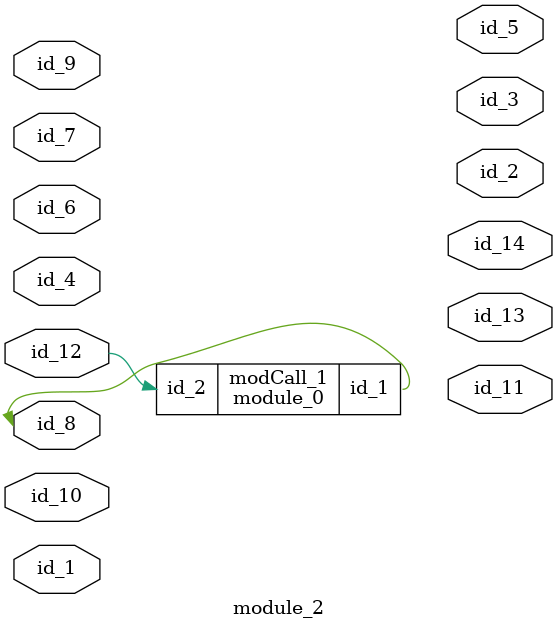
<source format=v>
module module_0 (
    id_1,
    id_2
);
  input wire id_2;
  inout wire id_1;
endmodule
module module_1 (
    id_1,
    id_2,
    id_3,
    id_4,
    id_5,
    id_6,
    id_7
);
  input wire id_7;
  inout wire id_6;
  input wire id_5;
  inout wire id_4;
  input wire id_3;
  input wire id_2;
  inout wire id_1;
  wire id_8;
  module_0 modCall_1 (
      id_8,
      id_6
  );
  wire id_9;
endmodule
module module_2 (
    id_1,
    id_2,
    id_3,
    id_4,
    id_5,
    id_6,
    id_7,
    id_8,
    id_9,
    id_10,
    id_11,
    id_12,
    id_13,
    id_14
);
  output wire id_14;
  output wire id_13;
  input wire id_12;
  output wire id_11;
  inout wire id_10;
  inout wire id_9;
  inout wire id_8;
  input wire id_7;
  inout wire id_6;
  output wire id_5;
  inout wire id_4;
  output wire id_3;
  output wire id_2;
  inout wire id_1;
  wire id_15;
  module_0 modCall_1 (
      id_8,
      id_12
  );
endmodule

</source>
